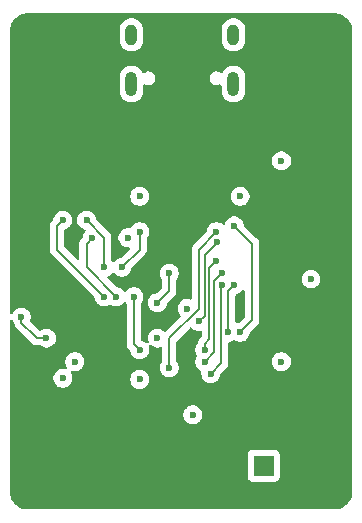
<source format=gbr>
%TF.GenerationSoftware,KiCad,Pcbnew,9.0.5*%
%TF.CreationDate,2025-12-02T20:32:22-06:00*%
%TF.ProjectId,lorapuck,6c6f7261-7075-4636-9b2e-6b696361645f,rev?*%
%TF.SameCoordinates,Original*%
%TF.FileFunction,Copper,L4,Bot*%
%TF.FilePolarity,Positive*%
%FSLAX46Y46*%
G04 Gerber Fmt 4.6, Leading zero omitted, Abs format (unit mm)*
G04 Created by KiCad (PCBNEW 9.0.5) date 2025-12-02 20:32:22*
%MOMM*%
%LPD*%
G01*
G04 APERTURE LIST*
%TA.AperFunction,ComponentPad*%
%ADD10R,1.700000X1.700000*%
%TD*%
%TA.AperFunction,HeatsinkPad*%
%ADD11O,1.000000X2.100000*%
%TD*%
%TA.AperFunction,HeatsinkPad*%
%ADD12O,1.000000X1.800000*%
%TD*%
%TA.AperFunction,ViaPad*%
%ADD13C,0.600000*%
%TD*%
%TA.AperFunction,Conductor*%
%ADD14C,0.200000*%
%TD*%
G04 APERTURE END LIST*
D10*
%TO.P,AE1,1,A*%
%TO.N,Net-(AE1-A)*%
X100000000Y-118800000D03*
%TD*%
D11*
%TO.P,J1,S1,SHIELD*%
%TO.N,Net-(J1-SHIELD)*%
X97430000Y-86500000D03*
D12*
X97430000Y-82320000D03*
D11*
X88790000Y-86500000D03*
D12*
X88790000Y-82320000D03*
%TD*%
D13*
%TO.N,+3V3*%
X89500000Y-111500000D03*
X84000000Y-110000000D03*
X104000000Y-103000000D03*
X91000000Y-105000000D03*
X101500000Y-110000000D03*
X89500000Y-96000000D03*
X83000000Y-111400000D03*
X93500000Y-105500000D03*
X98000000Y-96000000D03*
X94000000Y-114500000D03*
X101500000Y-93000000D03*
X88500000Y-99500000D03*
X92000000Y-102500000D03*
X91000000Y-108000000D03*
%TO.N,Earth*%
X101500000Y-113500000D03*
X88500000Y-91500000D03*
X95000000Y-91250000D03*
X83000000Y-109000000D03*
X102500000Y-105500000D03*
X100000000Y-90000000D03*
X90668478Y-98706569D03*
X104000000Y-102000000D03*
X99000000Y-88500000D03*
X98000000Y-105500000D03*
X88000000Y-109000000D03*
X89750000Y-90250000D03*
X94000000Y-99500000D03*
X90000000Y-89000000D03*
X80600000Y-112800000D03*
X101000000Y-107000000D03*
X102000000Y-106500000D03*
X96500000Y-97500000D03*
X97000000Y-111000000D03*
X89000000Y-114500000D03*
X106000000Y-97000000D03*
X87000000Y-107000000D03*
X80500000Y-101500000D03*
X92000000Y-121500000D03*
X85000000Y-118000000D03*
X79600000Y-113800000D03*
X101500000Y-116000000D03*
X88500000Y-94500000D03*
X87000000Y-108500000D03*
%TO.N,+1V1*%
X89500000Y-109000000D03*
X89000000Y-104500000D03*
%TO.N,/SX_DIO2*%
X97500000Y-98500000D03*
X98000000Y-107500000D03*
%TO.N,/SX_DIO1*%
X96000000Y-99000000D03*
X92000000Y-110500000D03*
%TO.N,/SPI_MISO*%
X95000000Y-109000000D03*
X96000000Y-101500000D03*
%TO.N,/SPI_MOSI*%
X96500000Y-102500000D03*
X95000000Y-110000000D03*
%TO.N,/SX_NSS*%
X97000000Y-107500000D03*
X97500000Y-103500000D03*
%TO.N,/SPI_CLK*%
X96500000Y-103500000D03*
X95500000Y-111000000D03*
%TO.N,/SX_BUSY*%
X94516641Y-106590000D03*
X96006094Y-99852591D03*
%TO.N,/QSPI_SCLK*%
X87500000Y-104500000D03*
X85500000Y-99500000D03*
%TO.N,/QSPI_SD1*%
X86500000Y-104500000D03*
X83000000Y-98000000D03*
%TO.N,/QSPI_SD2*%
X85000000Y-98000000D03*
X86500000Y-102000000D03*
%TO.N,Net-(U6-SCL)*%
X81600000Y-108000000D03*
X79482419Y-106210646D03*
%TO.N,/QSPI_SD3*%
X89500000Y-99000000D03*
X88000000Y-102000000D03*
%TD*%
D14*
%TO.N,+3V3*%
X91000000Y-105000000D02*
X92000000Y-104000000D01*
X92000000Y-104000000D02*
X92000000Y-102500000D01*
%TO.N,+1V1*%
X89000000Y-104500000D02*
X89000000Y-108500000D01*
X89000000Y-108500000D02*
X89500000Y-109000000D01*
%TO.N,/SX_DIO2*%
X98000000Y-107500000D02*
X99000000Y-106500000D01*
X99000000Y-100000000D02*
X97500000Y-98500000D01*
X99000000Y-106500000D02*
X99000000Y-100000000D01*
%TO.N,/SX_DIO1*%
X94500000Y-100500000D02*
X96000000Y-99000000D01*
X92000000Y-110500000D02*
X92000000Y-108000000D01*
X92000000Y-108000000D02*
X94500000Y-105500000D01*
X94500000Y-105500000D02*
X94500000Y-100500000D01*
%TO.N,/SPI_MISO*%
X96000000Y-101500000D02*
X95401000Y-102099000D01*
X95401000Y-108099000D02*
X95000000Y-108500000D01*
X95401000Y-102099000D02*
X95401000Y-108099000D01*
X95000000Y-108500000D02*
X95000000Y-109000000D01*
%TO.N,/SPI_MOSI*%
X95802000Y-103198000D02*
X95802000Y-109198000D01*
X95802000Y-109198000D02*
X95000000Y-110000000D01*
X96500000Y-102500000D02*
X95802000Y-103198000D01*
%TO.N,/SX_NSS*%
X97000000Y-104000000D02*
X97000000Y-107500000D01*
X97500000Y-103500000D02*
X97000000Y-104000000D01*
%TO.N,/SPI_CLK*%
X96399000Y-110101000D02*
X95500000Y-111000000D01*
X96500000Y-103500000D02*
X96399000Y-103601000D01*
X96399000Y-103601000D02*
X96399000Y-110101000D01*
%TO.N,/SX_BUSY*%
X96025971Y-99974029D02*
X96025971Y-99872468D01*
X95000000Y-101000000D02*
X96025971Y-99974029D01*
X94516641Y-106590000D02*
X95000000Y-106106641D01*
X96025971Y-99872468D02*
X96006094Y-99852591D01*
X95000000Y-106106641D02*
X95000000Y-101000000D01*
%TO.N,/QSPI_SCLK*%
X85000000Y-100000000D02*
X85500000Y-99500000D01*
X87500000Y-104500000D02*
X85000000Y-102000000D01*
X85000000Y-102000000D02*
X85000000Y-100000000D01*
%TO.N,/QSPI_SD1*%
X82500000Y-98500000D02*
X83000000Y-98000000D01*
X82500000Y-100500000D02*
X82500000Y-98500000D01*
X86500000Y-104500000D02*
X82500000Y-100500000D01*
%TO.N,/QSPI_SD2*%
X86500000Y-102000000D02*
X86500000Y-99500000D01*
X86500000Y-99500000D02*
X85000000Y-98000000D01*
%TO.N,Net-(U6-SCL)*%
X79482419Y-106210646D02*
X79482419Y-106682419D01*
X80600000Y-107800000D02*
X80800000Y-108000000D01*
X79482419Y-106682419D02*
X80600000Y-107800000D01*
X80800000Y-108000000D02*
X81600000Y-108000000D01*
%TO.N,/QSPI_SD3*%
X89500000Y-100500000D02*
X88000000Y-102000000D01*
X89500000Y-99000000D02*
X89500000Y-100500000D01*
%TD*%
%TA.AperFunction,Conductor*%
%TO.N,Earth*%
G36*
X98358363Y-103911190D02*
G01*
X98395082Y-103970634D01*
X98399500Y-104003439D01*
X98399500Y-106199902D01*
X98379815Y-106266941D01*
X98363181Y-106287583D01*
X97985339Y-106665425D01*
X97969111Y-106674285D01*
X97955897Y-106687216D01*
X97925714Y-106697982D01*
X97924016Y-106698910D01*
X97922696Y-106699190D01*
X97921192Y-106699500D01*
X97921158Y-106699500D01*
X97766503Y-106730263D01*
X97761074Y-106732511D01*
X97749538Y-106734890D01*
X97725772Y-106732930D01*
X97702056Y-106735396D01*
X97691591Y-106730111D01*
X97679905Y-106729148D01*
X97660969Y-106714648D01*
X97639687Y-106703902D01*
X97633740Y-106693799D01*
X97624430Y-106686670D01*
X97616340Y-106664237D01*
X97604245Y-106643689D01*
X97601795Y-106623906D01*
X97600727Y-106620944D01*
X97601182Y-106618955D01*
X97600500Y-106613444D01*
X97600500Y-104397955D01*
X97620185Y-104330916D01*
X97672989Y-104285161D01*
X97700303Y-104276339D01*
X97733497Y-104269737D01*
X97879179Y-104209394D01*
X98010289Y-104121789D01*
X98121789Y-104010289D01*
X98172398Y-103934548D01*
X98226010Y-103889743D01*
X98295335Y-103881036D01*
X98358363Y-103911190D01*
G37*
%TD.AperFunction*%
%TA.AperFunction,Conductor*%
G36*
X106004418Y-80500816D02*
G01*
X106204561Y-80515130D01*
X106222063Y-80517647D01*
X106413797Y-80559355D01*
X106430755Y-80564334D01*
X106614609Y-80632909D01*
X106630701Y-80640259D01*
X106802904Y-80734288D01*
X106817784Y-80743849D01*
X106974867Y-80861441D01*
X106988237Y-80873027D01*
X107126972Y-81011762D01*
X107138558Y-81025132D01*
X107256146Y-81182210D01*
X107265711Y-81197095D01*
X107359740Y-81369298D01*
X107367090Y-81385390D01*
X107435662Y-81569236D01*
X107440646Y-81586212D01*
X107482351Y-81777931D01*
X107484869Y-81795442D01*
X107499184Y-81995580D01*
X107499500Y-82004427D01*
X107499500Y-120995572D01*
X107499184Y-121004418D01*
X107499184Y-121004419D01*
X107484869Y-121204557D01*
X107482351Y-121222068D01*
X107440646Y-121413787D01*
X107435662Y-121430763D01*
X107367090Y-121614609D01*
X107359740Y-121630701D01*
X107265711Y-121802904D01*
X107256146Y-121817789D01*
X107138558Y-121974867D01*
X107126972Y-121988237D01*
X106988237Y-122126972D01*
X106974867Y-122138558D01*
X106817789Y-122256146D01*
X106802904Y-122265711D01*
X106630701Y-122359740D01*
X106614609Y-122367090D01*
X106430763Y-122435662D01*
X106413787Y-122440646D01*
X106222068Y-122482351D01*
X106204557Y-122484869D01*
X106023779Y-122497799D01*
X106004417Y-122499184D01*
X105995572Y-122499500D01*
X80004428Y-122499500D01*
X79995582Y-122499184D01*
X79973622Y-122497613D01*
X79795442Y-122484869D01*
X79777931Y-122482351D01*
X79586212Y-122440646D01*
X79569236Y-122435662D01*
X79385390Y-122367090D01*
X79369298Y-122359740D01*
X79197095Y-122265711D01*
X79182210Y-122256146D01*
X79025132Y-122138558D01*
X79011762Y-122126972D01*
X78873027Y-121988237D01*
X78861441Y-121974867D01*
X78743849Y-121817784D01*
X78734288Y-121802904D01*
X78640259Y-121630701D01*
X78632909Y-121614609D01*
X78572091Y-121451551D01*
X78564334Y-121430755D01*
X78559355Y-121413797D01*
X78517647Y-121222063D01*
X78515130Y-121204556D01*
X78500816Y-121004418D01*
X78500500Y-120995572D01*
X78500500Y-117902135D01*
X98649500Y-117902135D01*
X98649500Y-119697870D01*
X98649501Y-119697876D01*
X98655908Y-119757483D01*
X98706202Y-119892328D01*
X98706206Y-119892335D01*
X98792452Y-120007544D01*
X98792455Y-120007547D01*
X98907664Y-120093793D01*
X98907671Y-120093797D01*
X99042517Y-120144091D01*
X99042516Y-120144091D01*
X99049444Y-120144835D01*
X99102127Y-120150500D01*
X100897872Y-120150499D01*
X100957483Y-120144091D01*
X101092331Y-120093796D01*
X101207546Y-120007546D01*
X101293796Y-119892331D01*
X101344091Y-119757483D01*
X101350500Y-119697873D01*
X101350499Y-117902128D01*
X101344091Y-117842517D01*
X101293796Y-117707669D01*
X101293795Y-117707668D01*
X101293793Y-117707664D01*
X101207547Y-117592455D01*
X101207544Y-117592452D01*
X101092335Y-117506206D01*
X101092328Y-117506202D01*
X100957482Y-117455908D01*
X100957483Y-117455908D01*
X100897883Y-117449501D01*
X100897881Y-117449500D01*
X100897873Y-117449500D01*
X100897864Y-117449500D01*
X99102129Y-117449500D01*
X99102123Y-117449501D01*
X99042516Y-117455908D01*
X98907671Y-117506202D01*
X98907664Y-117506206D01*
X98792455Y-117592452D01*
X98792452Y-117592455D01*
X98706206Y-117707664D01*
X98706202Y-117707671D01*
X98655908Y-117842517D01*
X98649501Y-117902116D01*
X98649501Y-117902123D01*
X98649500Y-117902135D01*
X78500500Y-117902135D01*
X78500500Y-114421153D01*
X93199500Y-114421153D01*
X93199500Y-114578846D01*
X93230261Y-114733489D01*
X93230264Y-114733501D01*
X93290602Y-114879172D01*
X93290609Y-114879185D01*
X93378210Y-115010288D01*
X93378213Y-115010292D01*
X93489707Y-115121786D01*
X93489711Y-115121789D01*
X93620814Y-115209390D01*
X93620827Y-115209397D01*
X93766498Y-115269735D01*
X93766503Y-115269737D01*
X93921153Y-115300499D01*
X93921156Y-115300500D01*
X93921158Y-115300500D01*
X94078844Y-115300500D01*
X94078845Y-115300499D01*
X94233497Y-115269737D01*
X94379179Y-115209394D01*
X94510289Y-115121789D01*
X94621789Y-115010289D01*
X94709394Y-114879179D01*
X94769737Y-114733497D01*
X94800500Y-114578842D01*
X94800500Y-114421158D01*
X94800500Y-114421155D01*
X94800499Y-114421153D01*
X94769738Y-114266510D01*
X94769737Y-114266503D01*
X94769735Y-114266498D01*
X94709397Y-114120827D01*
X94709390Y-114120814D01*
X94621789Y-113989711D01*
X94621786Y-113989707D01*
X94510292Y-113878213D01*
X94510288Y-113878210D01*
X94379185Y-113790609D01*
X94379172Y-113790602D01*
X94233501Y-113730264D01*
X94233489Y-113730261D01*
X94078845Y-113699500D01*
X94078842Y-113699500D01*
X93921158Y-113699500D01*
X93921155Y-113699500D01*
X93766510Y-113730261D01*
X93766498Y-113730264D01*
X93620827Y-113790602D01*
X93620814Y-113790609D01*
X93489711Y-113878210D01*
X93489707Y-113878213D01*
X93378213Y-113989707D01*
X93378210Y-113989711D01*
X93290609Y-114120814D01*
X93290602Y-114120827D01*
X93230264Y-114266498D01*
X93230261Y-114266510D01*
X93199500Y-114421153D01*
X78500500Y-114421153D01*
X78500500Y-111321153D01*
X82199500Y-111321153D01*
X82199500Y-111478846D01*
X82230261Y-111633489D01*
X82230264Y-111633501D01*
X82290602Y-111779172D01*
X82290609Y-111779185D01*
X82378210Y-111910288D01*
X82378213Y-111910292D01*
X82489707Y-112021786D01*
X82489711Y-112021789D01*
X82620814Y-112109390D01*
X82620827Y-112109397D01*
X82766498Y-112169735D01*
X82766503Y-112169737D01*
X82921153Y-112200499D01*
X82921156Y-112200500D01*
X82921158Y-112200500D01*
X83078844Y-112200500D01*
X83078845Y-112200499D01*
X83233497Y-112169737D01*
X83379179Y-112109394D01*
X83510289Y-112021789D01*
X83621789Y-111910289D01*
X83709394Y-111779179D01*
X83769737Y-111633497D01*
X83800500Y-111478842D01*
X83800500Y-111421153D01*
X88699500Y-111421153D01*
X88699500Y-111578846D01*
X88730261Y-111733489D01*
X88730264Y-111733501D01*
X88790602Y-111879172D01*
X88790609Y-111879185D01*
X88878210Y-112010288D01*
X88878213Y-112010292D01*
X88989707Y-112121786D01*
X88989711Y-112121789D01*
X89120814Y-112209390D01*
X89120827Y-112209397D01*
X89266498Y-112269735D01*
X89266503Y-112269737D01*
X89421153Y-112300499D01*
X89421156Y-112300500D01*
X89421158Y-112300500D01*
X89578844Y-112300500D01*
X89578845Y-112300499D01*
X89733497Y-112269737D01*
X89879179Y-112209394D01*
X90010289Y-112121789D01*
X90121789Y-112010289D01*
X90209394Y-111879179D01*
X90269737Y-111733497D01*
X90300500Y-111578842D01*
X90300500Y-111421158D01*
X90300500Y-111421155D01*
X90300499Y-111421153D01*
X90292148Y-111379172D01*
X90269737Y-111266503D01*
X90209794Y-111121786D01*
X90209397Y-111120827D01*
X90209390Y-111120814D01*
X90121789Y-110989711D01*
X90121786Y-110989707D01*
X90010292Y-110878213D01*
X90010288Y-110878210D01*
X89879185Y-110790609D01*
X89879172Y-110790602D01*
X89733501Y-110730264D01*
X89733489Y-110730261D01*
X89578845Y-110699500D01*
X89578842Y-110699500D01*
X89421158Y-110699500D01*
X89421155Y-110699500D01*
X89266510Y-110730261D01*
X89266498Y-110730264D01*
X89120827Y-110790602D01*
X89120814Y-110790609D01*
X88989711Y-110878210D01*
X88989707Y-110878213D01*
X88878213Y-110989707D01*
X88878210Y-110989711D01*
X88790609Y-111120814D01*
X88790602Y-111120827D01*
X88730264Y-111266498D01*
X88730261Y-111266510D01*
X88699500Y-111421153D01*
X83800500Y-111421153D01*
X83800500Y-111321158D01*
X83800500Y-111321155D01*
X83800499Y-111321153D01*
X83778269Y-111209397D01*
X83769737Y-111166503D01*
X83733427Y-111078842D01*
X83709397Y-111020827D01*
X83709387Y-111020809D01*
X83673473Y-110967059D01*
X83652595Y-110900382D01*
X83671080Y-110833002D01*
X83723059Y-110786312D01*
X83792029Y-110775136D01*
X83800751Y-110776549D01*
X83849831Y-110786312D01*
X83921156Y-110800500D01*
X83921158Y-110800500D01*
X84078844Y-110800500D01*
X84078845Y-110800499D01*
X84233497Y-110769737D01*
X84379179Y-110709394D01*
X84510289Y-110621789D01*
X84621789Y-110510289D01*
X84709394Y-110379179D01*
X84769737Y-110233497D01*
X84800500Y-110078842D01*
X84800500Y-109921158D01*
X84800500Y-109921155D01*
X84800499Y-109921153D01*
X84769738Y-109766510D01*
X84769737Y-109766503D01*
X84709794Y-109621786D01*
X84709397Y-109620827D01*
X84709390Y-109620814D01*
X84621789Y-109489711D01*
X84621786Y-109489707D01*
X84510292Y-109378213D01*
X84510288Y-109378210D01*
X84379185Y-109290609D01*
X84379172Y-109290602D01*
X84233501Y-109230264D01*
X84233489Y-109230261D01*
X84078845Y-109199500D01*
X84078842Y-109199500D01*
X83921158Y-109199500D01*
X83921155Y-109199500D01*
X83766510Y-109230261D01*
X83766498Y-109230264D01*
X83620827Y-109290602D01*
X83620814Y-109290609D01*
X83489711Y-109378210D01*
X83489707Y-109378213D01*
X83378213Y-109489707D01*
X83378210Y-109489711D01*
X83290609Y-109620814D01*
X83290602Y-109620827D01*
X83230264Y-109766498D01*
X83230261Y-109766510D01*
X83199500Y-109921153D01*
X83199500Y-110078846D01*
X83230261Y-110233489D01*
X83230264Y-110233501D01*
X83290602Y-110379172D01*
X83290608Y-110379183D01*
X83326527Y-110432940D01*
X83347404Y-110499618D01*
X83328919Y-110566998D01*
X83276940Y-110613687D01*
X83207970Y-110624863D01*
X83199232Y-110623447D01*
X83078844Y-110599500D01*
X83078842Y-110599500D01*
X82921158Y-110599500D01*
X82921155Y-110599500D01*
X82766510Y-110630261D01*
X82766498Y-110630264D01*
X82620827Y-110690602D01*
X82620814Y-110690609D01*
X82489711Y-110778210D01*
X82489707Y-110778213D01*
X82378213Y-110889707D01*
X82378210Y-110889711D01*
X82290609Y-111020814D01*
X82290602Y-111020827D01*
X82230264Y-111166498D01*
X82230261Y-111166510D01*
X82199500Y-111321153D01*
X78500500Y-111321153D01*
X78500500Y-106555280D01*
X78520185Y-106488241D01*
X78572989Y-106442486D01*
X78642147Y-106432542D01*
X78705703Y-106461567D01*
X78739061Y-106507828D01*
X78773021Y-106589819D01*
X78773028Y-106589831D01*
X78863316Y-106724955D01*
X78864065Y-106725541D01*
X78871146Y-106740513D01*
X78880328Y-106756864D01*
X78881918Y-106761415D01*
X78881918Y-106761476D01*
X78922842Y-106914204D01*
X78948541Y-106958716D01*
X78954369Y-106968810D01*
X78954370Y-106968813D01*
X79001896Y-107051131D01*
X79001900Y-107051136D01*
X79120768Y-107170004D01*
X79120774Y-107170009D01*
X80119481Y-108168716D01*
X80431284Y-108480520D01*
X80431286Y-108480521D01*
X80431290Y-108480524D01*
X80555575Y-108552279D01*
X80568216Y-108559577D01*
X80720943Y-108600501D01*
X80720945Y-108600501D01*
X80886654Y-108600501D01*
X80886670Y-108600500D01*
X81020234Y-108600500D01*
X81087273Y-108620185D01*
X81089125Y-108621398D01*
X81220814Y-108709390D01*
X81220827Y-108709397D01*
X81366498Y-108769735D01*
X81366503Y-108769737D01*
X81496982Y-108795691D01*
X81521153Y-108800499D01*
X81521156Y-108800500D01*
X81521158Y-108800500D01*
X81678844Y-108800500D01*
X81678845Y-108800499D01*
X81833497Y-108769737D01*
X81979179Y-108709394D01*
X82110289Y-108621789D01*
X82221789Y-108510289D01*
X82309394Y-108379179D01*
X82369737Y-108233497D01*
X82400500Y-108078842D01*
X82400500Y-107921158D01*
X82400500Y-107921155D01*
X82400499Y-107921153D01*
X82369738Y-107766510D01*
X82369737Y-107766503D01*
X82356062Y-107733489D01*
X82309397Y-107620827D01*
X82309390Y-107620814D01*
X82221789Y-107489711D01*
X82221786Y-107489707D01*
X82110292Y-107378213D01*
X82110288Y-107378210D01*
X81979185Y-107290609D01*
X81979172Y-107290602D01*
X81833501Y-107230264D01*
X81833489Y-107230261D01*
X81678845Y-107199500D01*
X81678842Y-107199500D01*
X81521158Y-107199500D01*
X81521155Y-107199500D01*
X81366510Y-107230261D01*
X81366498Y-107230264D01*
X81220827Y-107290602D01*
X81220809Y-107290612D01*
X81136998Y-107346613D01*
X81070321Y-107367491D01*
X81002941Y-107349006D01*
X80980427Y-107331192D01*
X80264237Y-106615002D01*
X80230752Y-106553679D01*
X80235736Y-106483987D01*
X80237337Y-106479916D01*
X80252156Y-106444143D01*
X80282919Y-106289488D01*
X80282919Y-106131804D01*
X80282919Y-106131801D01*
X80282918Y-106131799D01*
X80267391Y-106053740D01*
X80252156Y-105977149D01*
X80225777Y-105913463D01*
X80191816Y-105831473D01*
X80191809Y-105831460D01*
X80104208Y-105700357D01*
X80104205Y-105700353D01*
X79992711Y-105588859D01*
X79992707Y-105588856D01*
X79861604Y-105501255D01*
X79861591Y-105501248D01*
X79715920Y-105440910D01*
X79715908Y-105440907D01*
X79561264Y-105410146D01*
X79561261Y-105410146D01*
X79403577Y-105410146D01*
X79403574Y-105410146D01*
X79248929Y-105440907D01*
X79248917Y-105440910D01*
X79103246Y-105501248D01*
X79103233Y-105501255D01*
X78972130Y-105588856D01*
X78972126Y-105588859D01*
X78860632Y-105700353D01*
X78860629Y-105700357D01*
X78773028Y-105831460D01*
X78773021Y-105831473D01*
X78739061Y-105913463D01*
X78695220Y-105967867D01*
X78628926Y-105989932D01*
X78561227Y-105972653D01*
X78513616Y-105921516D01*
X78500500Y-105866011D01*
X78500500Y-100579054D01*
X81899498Y-100579054D01*
X81940424Y-100731789D01*
X81940425Y-100731790D01*
X81961455Y-100768214D01*
X81961456Y-100768216D01*
X82019475Y-100868709D01*
X82019481Y-100868717D01*
X82138349Y-100987585D01*
X82138355Y-100987590D01*
X85665425Y-104514660D01*
X85698910Y-104575983D01*
X85699361Y-104578149D01*
X85730261Y-104733491D01*
X85730264Y-104733501D01*
X85790602Y-104879172D01*
X85790609Y-104879185D01*
X85878210Y-105010288D01*
X85878213Y-105010292D01*
X85989707Y-105121786D01*
X85989711Y-105121789D01*
X86120814Y-105209390D01*
X86120827Y-105209397D01*
X86258683Y-105266498D01*
X86266503Y-105269737D01*
X86421153Y-105300499D01*
X86421156Y-105300500D01*
X86421158Y-105300500D01*
X86578844Y-105300500D01*
X86578845Y-105300499D01*
X86733497Y-105269737D01*
X86879179Y-105209394D01*
X86931110Y-105174694D01*
X86997785Y-105153816D01*
X87065165Y-105172300D01*
X87068863Y-105174676D01*
X87120821Y-105209394D01*
X87120823Y-105209395D01*
X87120825Y-105209396D01*
X87258683Y-105266498D01*
X87266503Y-105269737D01*
X87421153Y-105300499D01*
X87421156Y-105300500D01*
X87421158Y-105300500D01*
X87578844Y-105300500D01*
X87578845Y-105300499D01*
X87733497Y-105269737D01*
X87879179Y-105209394D01*
X88010289Y-105121789D01*
X88121789Y-105010289D01*
X88135539Y-104989711D01*
X88146898Y-104972712D01*
X88172066Y-104951677D01*
X88196483Y-104929745D01*
X88198748Y-104929377D01*
X88200510Y-104927906D01*
X88233065Y-104923817D01*
X88265453Y-104918569D01*
X88267557Y-104919485D01*
X88269835Y-104919199D01*
X88299429Y-104933357D01*
X88329517Y-104946454D01*
X88331562Y-104948731D01*
X88332862Y-104949353D01*
X88353102Y-104972711D01*
X88378602Y-105010874D01*
X88399480Y-105077551D01*
X88399500Y-105079765D01*
X88399500Y-108413330D01*
X88399499Y-108413348D01*
X88399499Y-108579054D01*
X88399498Y-108579054D01*
X88399499Y-108579057D01*
X88440423Y-108731785D01*
X88460468Y-108766503D01*
X88480096Y-108800500D01*
X88519479Y-108868715D01*
X88631284Y-108980520D01*
X88665425Y-109014660D01*
X88698911Y-109075983D01*
X88699362Y-109078151D01*
X88730261Y-109233491D01*
X88730264Y-109233501D01*
X88790602Y-109379172D01*
X88790609Y-109379185D01*
X88878210Y-109510288D01*
X88878213Y-109510292D01*
X88989707Y-109621786D01*
X88989711Y-109621789D01*
X89120814Y-109709390D01*
X89120827Y-109709397D01*
X89258683Y-109766498D01*
X89266503Y-109769737D01*
X89421153Y-109800499D01*
X89421156Y-109800500D01*
X89421158Y-109800500D01*
X89578844Y-109800500D01*
X89578845Y-109800499D01*
X89733497Y-109769737D01*
X89879179Y-109709394D01*
X90010289Y-109621789D01*
X90121789Y-109510289D01*
X90209394Y-109379179D01*
X90269737Y-109233497D01*
X90300500Y-109078842D01*
X90300500Y-108921158D01*
X90300500Y-108921155D01*
X90300499Y-108921153D01*
X90293617Y-108886555D01*
X90269737Y-108766503D01*
X90250424Y-108719879D01*
X90242956Y-108650410D01*
X90274231Y-108587931D01*
X90334320Y-108552279D01*
X90404145Y-108554773D01*
X90452667Y-108584746D01*
X90489707Y-108621786D01*
X90489711Y-108621789D01*
X90620814Y-108709390D01*
X90620827Y-108709397D01*
X90766498Y-108769735D01*
X90766503Y-108769737D01*
X90896982Y-108795691D01*
X90921153Y-108800499D01*
X90921156Y-108800500D01*
X90921158Y-108800500D01*
X91078844Y-108800500D01*
X91078845Y-108800499D01*
X91233497Y-108769737D01*
X91233509Y-108769731D01*
X91239324Y-108767969D01*
X91240158Y-108770720D01*
X91297359Y-108764497D01*
X91359878Y-108795691D01*
X91395608Y-108855734D01*
X91399500Y-108886555D01*
X91399500Y-109920234D01*
X91379815Y-109987273D01*
X91378602Y-109989125D01*
X91290609Y-110120814D01*
X91290602Y-110120827D01*
X91230264Y-110266498D01*
X91230261Y-110266510D01*
X91199500Y-110421153D01*
X91199500Y-110578846D01*
X91230261Y-110733489D01*
X91230264Y-110733501D01*
X91290602Y-110879172D01*
X91290609Y-110879185D01*
X91378210Y-111010288D01*
X91378213Y-111010292D01*
X91489707Y-111121786D01*
X91489711Y-111121789D01*
X91620814Y-111209390D01*
X91620827Y-111209397D01*
X91758683Y-111266498D01*
X91766503Y-111269737D01*
X91921153Y-111300499D01*
X91921156Y-111300500D01*
X91921158Y-111300500D01*
X92078844Y-111300500D01*
X92078845Y-111300499D01*
X92233497Y-111269737D01*
X92379179Y-111209394D01*
X92510289Y-111121789D01*
X92621789Y-111010289D01*
X92709394Y-110879179D01*
X92769737Y-110733497D01*
X92800500Y-110578842D01*
X92800500Y-110421158D01*
X92800500Y-110421155D01*
X92800499Y-110421153D01*
X92792151Y-110379185D01*
X92769737Y-110266503D01*
X92756062Y-110233489D01*
X92709397Y-110120827D01*
X92709390Y-110120814D01*
X92621398Y-109989125D01*
X92600520Y-109922447D01*
X92600500Y-109920234D01*
X92600500Y-108300096D01*
X92620185Y-108233057D01*
X92636814Y-108212419D01*
X93734217Y-107115016D01*
X93795540Y-107081532D01*
X93865232Y-107086516D01*
X93909579Y-107115017D01*
X94006348Y-107211786D01*
X94006352Y-107211789D01*
X94137455Y-107299390D01*
X94137468Y-107299397D01*
X94257237Y-107349006D01*
X94283144Y-107359737D01*
X94437794Y-107390499D01*
X94437797Y-107390500D01*
X94437799Y-107390500D01*
X94595485Y-107390500D01*
X94652308Y-107379197D01*
X94721900Y-107385424D01*
X94777077Y-107428287D01*
X94800322Y-107494176D01*
X94800500Y-107500814D01*
X94800500Y-107798901D01*
X94780815Y-107865940D01*
X94764181Y-107886582D01*
X94624214Y-108026548D01*
X94624215Y-108026549D01*
X94519478Y-108131285D01*
X94494417Y-108174695D01*
X94480096Y-108199500D01*
X94440423Y-108268215D01*
X94431772Y-108300500D01*
X94399498Y-108420945D01*
X94398438Y-108429003D01*
X94396980Y-108428811D01*
X94379814Y-108487274D01*
X94378601Y-108489126D01*
X94290609Y-108620814D01*
X94290602Y-108620827D01*
X94230264Y-108766498D01*
X94230261Y-108766510D01*
X94199500Y-108921153D01*
X94199500Y-109078846D01*
X94230261Y-109233489D01*
X94230264Y-109233501D01*
X94290602Y-109379172D01*
X94290609Y-109379185D01*
X94325304Y-109431109D01*
X94346182Y-109497786D01*
X94327698Y-109565167D01*
X94325304Y-109568891D01*
X94290609Y-109620814D01*
X94290602Y-109620827D01*
X94230264Y-109766498D01*
X94230261Y-109766510D01*
X94199500Y-109921153D01*
X94199500Y-110078846D01*
X94230261Y-110233489D01*
X94230264Y-110233501D01*
X94290602Y-110379172D01*
X94290609Y-110379185D01*
X94378210Y-110510288D01*
X94378213Y-110510292D01*
X94489707Y-110621786D01*
X94489711Y-110621789D01*
X94620817Y-110709392D01*
X94620819Y-110709393D01*
X94620821Y-110709394D01*
X94638409Y-110716679D01*
X94692812Y-110760520D01*
X94714877Y-110826814D01*
X94712573Y-110855431D01*
X94699500Y-110921153D01*
X94699500Y-111078846D01*
X94730261Y-111233489D01*
X94730264Y-111233501D01*
X94790602Y-111379172D01*
X94790609Y-111379185D01*
X94878210Y-111510288D01*
X94878213Y-111510292D01*
X94989707Y-111621786D01*
X94989711Y-111621789D01*
X95120814Y-111709390D01*
X95120827Y-111709397D01*
X95266498Y-111769735D01*
X95266503Y-111769737D01*
X95421153Y-111800499D01*
X95421156Y-111800500D01*
X95421158Y-111800500D01*
X95578844Y-111800500D01*
X95578845Y-111800499D01*
X95733497Y-111769737D01*
X95879179Y-111709394D01*
X96010289Y-111621789D01*
X96121789Y-111510289D01*
X96209394Y-111379179D01*
X96269737Y-111233497D01*
X96292151Y-111120814D01*
X96300638Y-111078150D01*
X96333023Y-111016239D01*
X96334522Y-111014712D01*
X96757506Y-110591727D01*
X96757511Y-110591724D01*
X96767714Y-110581520D01*
X96767716Y-110581520D01*
X96879520Y-110469716D01*
X96948926Y-110349500D01*
X96958577Y-110332785D01*
X96999501Y-110180057D01*
X96999501Y-110021943D01*
X96999501Y-110014348D01*
X96999500Y-110014330D01*
X96999500Y-109921153D01*
X100699500Y-109921153D01*
X100699500Y-110078846D01*
X100730261Y-110233489D01*
X100730264Y-110233501D01*
X100790602Y-110379172D01*
X100790609Y-110379185D01*
X100878210Y-110510288D01*
X100878213Y-110510292D01*
X100989707Y-110621786D01*
X100989711Y-110621789D01*
X101120814Y-110709390D01*
X101120827Y-110709397D01*
X101234425Y-110756450D01*
X101266503Y-110769737D01*
X101421153Y-110800499D01*
X101421156Y-110800500D01*
X101421158Y-110800500D01*
X101578844Y-110800500D01*
X101578845Y-110800499D01*
X101733497Y-110769737D01*
X101879179Y-110709394D01*
X102010289Y-110621789D01*
X102121789Y-110510289D01*
X102209394Y-110379179D01*
X102269737Y-110233497D01*
X102300500Y-110078842D01*
X102300500Y-109921158D01*
X102300500Y-109921155D01*
X102300499Y-109921153D01*
X102269738Y-109766510D01*
X102269737Y-109766503D01*
X102209794Y-109621786D01*
X102209397Y-109620827D01*
X102209390Y-109620814D01*
X102121789Y-109489711D01*
X102121786Y-109489707D01*
X102010292Y-109378213D01*
X102010288Y-109378210D01*
X101879185Y-109290609D01*
X101879172Y-109290602D01*
X101733501Y-109230264D01*
X101733489Y-109230261D01*
X101578845Y-109199500D01*
X101578842Y-109199500D01*
X101421158Y-109199500D01*
X101421155Y-109199500D01*
X101266510Y-109230261D01*
X101266498Y-109230264D01*
X101120827Y-109290602D01*
X101120814Y-109290609D01*
X100989711Y-109378210D01*
X100989707Y-109378213D01*
X100878213Y-109489707D01*
X100878210Y-109489711D01*
X100790609Y-109620814D01*
X100790602Y-109620827D01*
X100730264Y-109766498D01*
X100730261Y-109766510D01*
X100699500Y-109921153D01*
X96999500Y-109921153D01*
X96999500Y-108418046D01*
X97019185Y-108351007D01*
X97071989Y-108305252D01*
X97099309Y-108296429D01*
X97128848Y-108290552D01*
X97233497Y-108269737D01*
X97379179Y-108209394D01*
X97431110Y-108174694D01*
X97497785Y-108153816D01*
X97565165Y-108172300D01*
X97568863Y-108174676D01*
X97620821Y-108209394D01*
X97620823Y-108209395D01*
X97620825Y-108209396D01*
X97766498Y-108269735D01*
X97766503Y-108269737D01*
X97900692Y-108296429D01*
X97921153Y-108300499D01*
X97921156Y-108300500D01*
X97921158Y-108300500D01*
X98078844Y-108300500D01*
X98078845Y-108300499D01*
X98233497Y-108269737D01*
X98379179Y-108209394D01*
X98510289Y-108121789D01*
X98621789Y-108010289D01*
X98709394Y-107879179D01*
X98769737Y-107733497D01*
X98800500Y-107578842D01*
X98800638Y-107578150D01*
X98833023Y-107516239D01*
X98834515Y-107514719D01*
X99480520Y-106868716D01*
X99559577Y-106731784D01*
X99600501Y-106579057D01*
X99600501Y-106420942D01*
X99600501Y-106413347D01*
X99600500Y-106413329D01*
X99600500Y-102921153D01*
X103199500Y-102921153D01*
X103199500Y-103078846D01*
X103230261Y-103233489D01*
X103230264Y-103233501D01*
X103290602Y-103379172D01*
X103290609Y-103379185D01*
X103378210Y-103510288D01*
X103378213Y-103510292D01*
X103489707Y-103621786D01*
X103489711Y-103621789D01*
X103620814Y-103709390D01*
X103620827Y-103709397D01*
X103759753Y-103766941D01*
X103766503Y-103769737D01*
X103921153Y-103800499D01*
X103921156Y-103800500D01*
X103921158Y-103800500D01*
X104078844Y-103800500D01*
X104078845Y-103800499D01*
X104233497Y-103769737D01*
X104379179Y-103709394D01*
X104510289Y-103621789D01*
X104621789Y-103510289D01*
X104709394Y-103379179D01*
X104769737Y-103233497D01*
X104800500Y-103078842D01*
X104800500Y-102921158D01*
X104800500Y-102921155D01*
X104800499Y-102921153D01*
X104774531Y-102790606D01*
X104769737Y-102766503D01*
X104756062Y-102733489D01*
X104709397Y-102620827D01*
X104709390Y-102620814D01*
X104621789Y-102489711D01*
X104621786Y-102489707D01*
X104510292Y-102378213D01*
X104510288Y-102378210D01*
X104379185Y-102290609D01*
X104379172Y-102290602D01*
X104233501Y-102230264D01*
X104233489Y-102230261D01*
X104078845Y-102199500D01*
X104078842Y-102199500D01*
X103921158Y-102199500D01*
X103921155Y-102199500D01*
X103766510Y-102230261D01*
X103766498Y-102230264D01*
X103620827Y-102290602D01*
X103620814Y-102290609D01*
X103489711Y-102378210D01*
X103489707Y-102378213D01*
X103378213Y-102489707D01*
X103378210Y-102489711D01*
X103290609Y-102620814D01*
X103290602Y-102620827D01*
X103230264Y-102766498D01*
X103230261Y-102766510D01*
X103199500Y-102921153D01*
X99600500Y-102921153D01*
X99600500Y-99920946D01*
X99600500Y-99920945D01*
X99600500Y-99920943D01*
X99599352Y-99916660D01*
X99568227Y-99800500D01*
X99559577Y-99768216D01*
X99559576Y-99768214D01*
X99559576Y-99768213D01*
X99480524Y-99631290D01*
X99480521Y-99631286D01*
X99480520Y-99631284D01*
X99368716Y-99519480D01*
X99368715Y-99519479D01*
X99364385Y-99515149D01*
X99364374Y-99515139D01*
X98334574Y-98485339D01*
X98301089Y-98424016D01*
X98300638Y-98421849D01*
X98274531Y-98290606D01*
X98269737Y-98266503D01*
X98256062Y-98233489D01*
X98209397Y-98120827D01*
X98209390Y-98120814D01*
X98121789Y-97989711D01*
X98121786Y-97989707D01*
X98010292Y-97878213D01*
X98010288Y-97878210D01*
X97879185Y-97790609D01*
X97879172Y-97790602D01*
X97733501Y-97730264D01*
X97733489Y-97730261D01*
X97578845Y-97699500D01*
X97578842Y-97699500D01*
X97421158Y-97699500D01*
X97421155Y-97699500D01*
X97266510Y-97730261D01*
X97266498Y-97730264D01*
X97120827Y-97790602D01*
X97120814Y-97790609D01*
X96989711Y-97878210D01*
X96989707Y-97878213D01*
X96878213Y-97989707D01*
X96878210Y-97989711D01*
X96790609Y-98120814D01*
X96790602Y-98120827D01*
X96730264Y-98266498D01*
X96730261Y-98266507D01*
X96720491Y-98315626D01*
X96688105Y-98377536D01*
X96627389Y-98412110D01*
X96557620Y-98408369D01*
X96515303Y-98381704D01*
X96514999Y-98382076D01*
X96512040Y-98379647D01*
X96511193Y-98379114D01*
X96510292Y-98378213D01*
X96510288Y-98378210D01*
X96379185Y-98290609D01*
X96379172Y-98290602D01*
X96233501Y-98230264D01*
X96233489Y-98230261D01*
X96078845Y-98199500D01*
X96078842Y-98199500D01*
X95921158Y-98199500D01*
X95921155Y-98199500D01*
X95766510Y-98230261D01*
X95766498Y-98230264D01*
X95620827Y-98290602D01*
X95620814Y-98290609D01*
X95489711Y-98378210D01*
X95489707Y-98378213D01*
X95378213Y-98489707D01*
X95378210Y-98489711D01*
X95290609Y-98620814D01*
X95290602Y-98620827D01*
X95230264Y-98766498D01*
X95230261Y-98766508D01*
X95199361Y-98921850D01*
X95166976Y-98983761D01*
X95165425Y-98985339D01*
X94019481Y-100131282D01*
X94019479Y-100131285D01*
X93974385Y-100209392D01*
X93974384Y-100209393D01*
X93940423Y-100268214D01*
X93940423Y-100268215D01*
X93899499Y-100420943D01*
X93899499Y-100420945D01*
X93899499Y-100589046D01*
X93899500Y-100589059D01*
X93899500Y-104613444D01*
X93879815Y-104680483D01*
X93827011Y-104726238D01*
X93757853Y-104736182D01*
X93739575Y-104731202D01*
X93739324Y-104732031D01*
X93733500Y-104730264D01*
X93733497Y-104730263D01*
X93733492Y-104730262D01*
X93733489Y-104730261D01*
X93578845Y-104699500D01*
X93578842Y-104699500D01*
X93421158Y-104699500D01*
X93421155Y-104699500D01*
X93266510Y-104730261D01*
X93266498Y-104730264D01*
X93120827Y-104790602D01*
X93120814Y-104790609D01*
X92989711Y-104878210D01*
X92989707Y-104878213D01*
X92878213Y-104989707D01*
X92878210Y-104989711D01*
X92790609Y-105120814D01*
X92790602Y-105120827D01*
X92730264Y-105266498D01*
X92730261Y-105266510D01*
X92699500Y-105421153D01*
X92699500Y-105578846D01*
X92730261Y-105733489D01*
X92730264Y-105733501D01*
X92790602Y-105879172D01*
X92790609Y-105879185D01*
X92878210Y-106010288D01*
X92878213Y-106010292D01*
X92921661Y-106053740D01*
X92955146Y-106115063D01*
X92950162Y-106184755D01*
X92921661Y-106229102D01*
X91729102Y-107421661D01*
X91667779Y-107455146D01*
X91598087Y-107450162D01*
X91553740Y-107421661D01*
X91510292Y-107378213D01*
X91510288Y-107378210D01*
X91379185Y-107290609D01*
X91379172Y-107290602D01*
X91233501Y-107230264D01*
X91233489Y-107230261D01*
X91078845Y-107199500D01*
X91078842Y-107199500D01*
X90921158Y-107199500D01*
X90921155Y-107199500D01*
X90766510Y-107230261D01*
X90766498Y-107230264D01*
X90620827Y-107290602D01*
X90620814Y-107290609D01*
X90489711Y-107378210D01*
X90489707Y-107378213D01*
X90378213Y-107489707D01*
X90378210Y-107489711D01*
X90290609Y-107620814D01*
X90290602Y-107620827D01*
X90230264Y-107766498D01*
X90230261Y-107766510D01*
X90199500Y-107921153D01*
X90199500Y-108078846D01*
X90230175Y-108233057D01*
X90230263Y-108233497D01*
X90249575Y-108280120D01*
X90257043Y-108349590D01*
X90225767Y-108412069D01*
X90165678Y-108447721D01*
X90095853Y-108445226D01*
X90047332Y-108415253D01*
X90010292Y-108378213D01*
X90010288Y-108378210D01*
X89879185Y-108290609D01*
X89879172Y-108290602D01*
X89733501Y-108230264D01*
X89733489Y-108230261D01*
X89700309Y-108223661D01*
X89638398Y-108191276D01*
X89603824Y-108130561D01*
X89600500Y-108102044D01*
X89600500Y-105079765D01*
X89605403Y-105062848D01*
X89605285Y-105045652D01*
X89618918Y-105016225D01*
X89619724Y-105013447D01*
X89621608Y-105010469D01*
X89621789Y-105010289D01*
X89681348Y-104921153D01*
X90199500Y-104921153D01*
X90199500Y-105078846D01*
X90230261Y-105233489D01*
X90230264Y-105233501D01*
X90290602Y-105379172D01*
X90290609Y-105379185D01*
X90378210Y-105510288D01*
X90378213Y-105510292D01*
X90489707Y-105621786D01*
X90489711Y-105621789D01*
X90620814Y-105709390D01*
X90620827Y-105709397D01*
X90766498Y-105769735D01*
X90766503Y-105769737D01*
X90921153Y-105800499D01*
X90921156Y-105800500D01*
X90921158Y-105800500D01*
X91078844Y-105800500D01*
X91078845Y-105800499D01*
X91233497Y-105769737D01*
X91379179Y-105709394D01*
X91510289Y-105621789D01*
X91621789Y-105510289D01*
X91709394Y-105379179D01*
X91769737Y-105233497D01*
X91792151Y-105120814D01*
X91800638Y-105078150D01*
X91833023Y-105016239D01*
X91834515Y-105014719D01*
X92480520Y-104368716D01*
X92559577Y-104231784D01*
X92600501Y-104079057D01*
X92600501Y-103920942D01*
X92600501Y-103913347D01*
X92600500Y-103913329D01*
X92600500Y-103079765D01*
X92620185Y-103012726D01*
X92621398Y-103010874D01*
X92681347Y-102921155D01*
X92709394Y-102879179D01*
X92769737Y-102733497D01*
X92800500Y-102578842D01*
X92800500Y-102421158D01*
X92800500Y-102421155D01*
X92800499Y-102421153D01*
X92774531Y-102290606D01*
X92769737Y-102266503D01*
X92756062Y-102233489D01*
X92709397Y-102120827D01*
X92709390Y-102120814D01*
X92621789Y-101989711D01*
X92621786Y-101989707D01*
X92510292Y-101878213D01*
X92510288Y-101878210D01*
X92379185Y-101790609D01*
X92379172Y-101790602D01*
X92233501Y-101730264D01*
X92233489Y-101730261D01*
X92078845Y-101699500D01*
X92078842Y-101699500D01*
X91921158Y-101699500D01*
X91921155Y-101699500D01*
X91766510Y-101730261D01*
X91766498Y-101730264D01*
X91620827Y-101790602D01*
X91620814Y-101790609D01*
X91489711Y-101878210D01*
X91489707Y-101878213D01*
X91378213Y-101989707D01*
X91378210Y-101989711D01*
X91290609Y-102120814D01*
X91290602Y-102120827D01*
X91230264Y-102266498D01*
X91230261Y-102266510D01*
X91199500Y-102421153D01*
X91199500Y-102578846D01*
X91230261Y-102733489D01*
X91230264Y-102733501D01*
X91290602Y-102879172D01*
X91290609Y-102879185D01*
X91378602Y-103010874D01*
X91399480Y-103077551D01*
X91399500Y-103079765D01*
X91399500Y-103699902D01*
X91379815Y-103766941D01*
X91363181Y-103787583D01*
X90985339Y-104165425D01*
X90924016Y-104198910D01*
X90921850Y-104199361D01*
X90766508Y-104230261D01*
X90766498Y-104230264D01*
X90620827Y-104290602D01*
X90620814Y-104290609D01*
X90489711Y-104378210D01*
X90489707Y-104378213D01*
X90378213Y-104489707D01*
X90378210Y-104489711D01*
X90290609Y-104620814D01*
X90290602Y-104620827D01*
X90230264Y-104766498D01*
X90230261Y-104766510D01*
X90199500Y-104921153D01*
X89681348Y-104921153D01*
X89709394Y-104879179D01*
X89769737Y-104733497D01*
X89800500Y-104578842D01*
X89800500Y-104421158D01*
X89800500Y-104421155D01*
X89800499Y-104421153D01*
X89790069Y-104368717D01*
X89769737Y-104266503D01*
X89755359Y-104231790D01*
X89709397Y-104120827D01*
X89709390Y-104120814D01*
X89621789Y-103989711D01*
X89621786Y-103989707D01*
X89510292Y-103878213D01*
X89510288Y-103878210D01*
X89379185Y-103790609D01*
X89379172Y-103790602D01*
X89233501Y-103730264D01*
X89233489Y-103730261D01*
X89078845Y-103699500D01*
X89078842Y-103699500D01*
X88921158Y-103699500D01*
X88921155Y-103699500D01*
X88766510Y-103730261D01*
X88766498Y-103730264D01*
X88620827Y-103790602D01*
X88620814Y-103790609D01*
X88489711Y-103878210D01*
X88489707Y-103878213D01*
X88378213Y-103989707D01*
X88353102Y-104027289D01*
X88299489Y-104072093D01*
X88230164Y-104080800D01*
X88167137Y-104050645D01*
X88146898Y-104027289D01*
X88121786Y-103989707D01*
X88010292Y-103878213D01*
X88010288Y-103878210D01*
X87879185Y-103790609D01*
X87879172Y-103790602D01*
X87733501Y-103730264D01*
X87733491Y-103730261D01*
X87578149Y-103699361D01*
X87516238Y-103666976D01*
X87514660Y-103665425D01*
X86783740Y-102934505D01*
X86750255Y-102873182D01*
X86755239Y-102803490D01*
X86797111Y-102747557D01*
X86823969Y-102732263D01*
X86879172Y-102709397D01*
X86879172Y-102709396D01*
X86879179Y-102709394D01*
X87010289Y-102621789D01*
X87121789Y-102510289D01*
X87135539Y-102489711D01*
X87146898Y-102472712D01*
X87200510Y-102427906D01*
X87269835Y-102419199D01*
X87332862Y-102449353D01*
X87353102Y-102472712D01*
X87378207Y-102510284D01*
X87378213Y-102510292D01*
X87489707Y-102621786D01*
X87489711Y-102621789D01*
X87620814Y-102709390D01*
X87620827Y-102709397D01*
X87712955Y-102747557D01*
X87766503Y-102769737D01*
X87921153Y-102800499D01*
X87921156Y-102800500D01*
X87921158Y-102800500D01*
X88078844Y-102800500D01*
X88078845Y-102800499D01*
X88233497Y-102769737D01*
X88379179Y-102709394D01*
X88510289Y-102621789D01*
X88621789Y-102510289D01*
X88709394Y-102379179D01*
X88769737Y-102233497D01*
X88800500Y-102078842D01*
X88800638Y-102078150D01*
X88833023Y-102016239D01*
X88834520Y-102014714D01*
X89858506Y-100990727D01*
X89858511Y-100990724D01*
X89868714Y-100980520D01*
X89868716Y-100980520D01*
X89980520Y-100868716D01*
X90059577Y-100731784D01*
X90094754Y-100600501D01*
X90100500Y-100579058D01*
X90100500Y-100420943D01*
X90100500Y-99579765D01*
X90120185Y-99512726D01*
X90121398Y-99510874D01*
X90209390Y-99379185D01*
X90209390Y-99379184D01*
X90209394Y-99379179D01*
X90269737Y-99233497D01*
X90300500Y-99078842D01*
X90300500Y-98921158D01*
X90300500Y-98921155D01*
X90300499Y-98921153D01*
X90288829Y-98862483D01*
X90269737Y-98766503D01*
X90269735Y-98766498D01*
X90209397Y-98620827D01*
X90209390Y-98620814D01*
X90121789Y-98489711D01*
X90121786Y-98489707D01*
X90010292Y-98378213D01*
X90010288Y-98378210D01*
X89879185Y-98290609D01*
X89879172Y-98290602D01*
X89733501Y-98230264D01*
X89733489Y-98230261D01*
X89578845Y-98199500D01*
X89578842Y-98199500D01*
X89421158Y-98199500D01*
X89421155Y-98199500D01*
X89266510Y-98230261D01*
X89266498Y-98230264D01*
X89120827Y-98290602D01*
X89120814Y-98290609D01*
X88989711Y-98378210D01*
X88989707Y-98378213D01*
X88878213Y-98489707D01*
X88878210Y-98489711D01*
X88790609Y-98620814D01*
X88790603Y-98620826D01*
X88783319Y-98638411D01*
X88739477Y-98692814D01*
X88673182Y-98714877D01*
X88644568Y-98712573D01*
X88578846Y-98699500D01*
X88578842Y-98699500D01*
X88421158Y-98699500D01*
X88421155Y-98699500D01*
X88266510Y-98730261D01*
X88266498Y-98730264D01*
X88120827Y-98790602D01*
X88120814Y-98790609D01*
X87989711Y-98878210D01*
X87989707Y-98878213D01*
X87878213Y-98989707D01*
X87878210Y-98989711D01*
X87790609Y-99120814D01*
X87790602Y-99120827D01*
X87730264Y-99266498D01*
X87730261Y-99266510D01*
X87699500Y-99421153D01*
X87699500Y-99578846D01*
X87730261Y-99733489D01*
X87730264Y-99733501D01*
X87790602Y-99879172D01*
X87790609Y-99879185D01*
X87878210Y-100010288D01*
X87878213Y-100010292D01*
X87989707Y-100121786D01*
X87989711Y-100121789D01*
X88120814Y-100209390D01*
X88120827Y-100209397D01*
X88266498Y-100269735D01*
X88266503Y-100269737D01*
X88419132Y-100300097D01*
X88421153Y-100300499D01*
X88421156Y-100300500D01*
X88550903Y-100300500D01*
X88617942Y-100320185D01*
X88663697Y-100372989D01*
X88673641Y-100442147D01*
X88644616Y-100505703D01*
X88638584Y-100512181D01*
X87985339Y-101165425D01*
X87924016Y-101198910D01*
X87921850Y-101199361D01*
X87766508Y-101230261D01*
X87766498Y-101230264D01*
X87620827Y-101290602D01*
X87620814Y-101290609D01*
X87489711Y-101378210D01*
X87489707Y-101378213D01*
X87378213Y-101489707D01*
X87353102Y-101527289D01*
X87327922Y-101548330D01*
X87303517Y-101570254D01*
X87301249Y-101570621D01*
X87299489Y-101572093D01*
X87266938Y-101576181D01*
X87234547Y-101581430D01*
X87232442Y-101580513D01*
X87230164Y-101580800D01*
X87200570Y-101566641D01*
X87170483Y-101553545D01*
X87168436Y-101551266D01*
X87167137Y-101550645D01*
X87146898Y-101527288D01*
X87121398Y-101489125D01*
X87100520Y-101422448D01*
X87100500Y-101420234D01*
X87100500Y-99420943D01*
X87094754Y-99399500D01*
X87079428Y-99342302D01*
X87059577Y-99268216D01*
X87058585Y-99266498D01*
X86980524Y-99131290D01*
X86980521Y-99131286D01*
X86980520Y-99131284D01*
X86868716Y-99019480D01*
X86868715Y-99019479D01*
X86864385Y-99015149D01*
X86864374Y-99015139D01*
X85834574Y-97985339D01*
X85801089Y-97924016D01*
X85800638Y-97921849D01*
X85774531Y-97790606D01*
X85769737Y-97766503D01*
X85769735Y-97766498D01*
X85709397Y-97620827D01*
X85709390Y-97620814D01*
X85621789Y-97489711D01*
X85621786Y-97489707D01*
X85510292Y-97378213D01*
X85510288Y-97378210D01*
X85379185Y-97290609D01*
X85379172Y-97290602D01*
X85233501Y-97230264D01*
X85233489Y-97230261D01*
X85078845Y-97199500D01*
X85078842Y-97199500D01*
X84921158Y-97199500D01*
X84921155Y-97199500D01*
X84766510Y-97230261D01*
X84766498Y-97230264D01*
X84620827Y-97290602D01*
X84620814Y-97290609D01*
X84489711Y-97378210D01*
X84489707Y-97378213D01*
X84378213Y-97489707D01*
X84378210Y-97489711D01*
X84290609Y-97620814D01*
X84290602Y-97620827D01*
X84230264Y-97766498D01*
X84230261Y-97766510D01*
X84199500Y-97921153D01*
X84199500Y-98078846D01*
X84230261Y-98233489D01*
X84230264Y-98233501D01*
X84290602Y-98379172D01*
X84290609Y-98379185D01*
X84378210Y-98510288D01*
X84378213Y-98510292D01*
X84489707Y-98621786D01*
X84489711Y-98621789D01*
X84620814Y-98709390D01*
X84620827Y-98709397D01*
X84758683Y-98766498D01*
X84766503Y-98769737D01*
X84793423Y-98775091D01*
X84815624Y-98779508D01*
X84877535Y-98811892D01*
X84912109Y-98872608D01*
X84908370Y-98942377D01*
X84881706Y-98984697D01*
X84882076Y-98985001D01*
X84879661Y-98987942D01*
X84879123Y-98988798D01*
X84878212Y-98989708D01*
X84878210Y-98989711D01*
X84790609Y-99120814D01*
X84790602Y-99120827D01*
X84730264Y-99266498D01*
X84730261Y-99266508D01*
X84699362Y-99421847D01*
X84690597Y-99438602D01*
X84686578Y-99457081D01*
X84667834Y-99482118D01*
X84666977Y-99483758D01*
X84665427Y-99485335D01*
X84624224Y-99526538D01*
X84624212Y-99526552D01*
X84519478Y-99631286D01*
X84474385Y-99709392D01*
X84474384Y-99709393D01*
X84440423Y-99768214D01*
X84440423Y-99768215D01*
X84399499Y-99920943D01*
X84399499Y-99920945D01*
X84399499Y-100089046D01*
X84399500Y-100089059D01*
X84399500Y-101250903D01*
X84379815Y-101317942D01*
X84327011Y-101363697D01*
X84257853Y-101373641D01*
X84194297Y-101344616D01*
X84187819Y-101338584D01*
X83136819Y-100287584D01*
X83103334Y-100226261D01*
X83100500Y-100199903D01*
X83100500Y-98897955D01*
X83120185Y-98830916D01*
X83172989Y-98785161D01*
X83200303Y-98776339D01*
X83233497Y-98769737D01*
X83379179Y-98709394D01*
X83510289Y-98621789D01*
X83621789Y-98510289D01*
X83709394Y-98379179D01*
X83769737Y-98233497D01*
X83800500Y-98078842D01*
X83800500Y-97921158D01*
X83800500Y-97921155D01*
X83800499Y-97921153D01*
X83774531Y-97790606D01*
X83769737Y-97766503D01*
X83769735Y-97766498D01*
X83709397Y-97620827D01*
X83709390Y-97620814D01*
X83621789Y-97489711D01*
X83621786Y-97489707D01*
X83510292Y-97378213D01*
X83510288Y-97378210D01*
X83379185Y-97290609D01*
X83379172Y-97290602D01*
X83233501Y-97230264D01*
X83233489Y-97230261D01*
X83078845Y-97199500D01*
X83078842Y-97199500D01*
X82921158Y-97199500D01*
X82921155Y-97199500D01*
X82766510Y-97230261D01*
X82766498Y-97230264D01*
X82620827Y-97290602D01*
X82620814Y-97290609D01*
X82489711Y-97378210D01*
X82489707Y-97378213D01*
X82378213Y-97489707D01*
X82378210Y-97489711D01*
X82290609Y-97620814D01*
X82290602Y-97620827D01*
X82230264Y-97766498D01*
X82230261Y-97766508D01*
X82199362Y-97921847D01*
X82190597Y-97938602D01*
X82186578Y-97957081D01*
X82167834Y-97982118D01*
X82166977Y-97983758D01*
X82165427Y-97985335D01*
X82124224Y-98026538D01*
X82124212Y-98026552D01*
X82019478Y-98131285D01*
X81989116Y-98183875D01*
X81980096Y-98199500D01*
X81940423Y-98268215D01*
X81899499Y-98420943D01*
X81899499Y-98579057D01*
X81899499Y-98579059D01*
X81899500Y-98589053D01*
X81899500Y-100413330D01*
X81899499Y-100413348D01*
X81899499Y-100579054D01*
X81899498Y-100579054D01*
X78500500Y-100579054D01*
X78500500Y-95921153D01*
X88699500Y-95921153D01*
X88699500Y-96078846D01*
X88730261Y-96233489D01*
X88730264Y-96233501D01*
X88790602Y-96379172D01*
X88790609Y-96379185D01*
X88878210Y-96510288D01*
X88878213Y-96510292D01*
X88989707Y-96621786D01*
X88989711Y-96621789D01*
X89120814Y-96709390D01*
X89120827Y-96709397D01*
X89266498Y-96769735D01*
X89266503Y-96769737D01*
X89421153Y-96800499D01*
X89421156Y-96800500D01*
X89421158Y-96800500D01*
X89578844Y-96800500D01*
X89578845Y-96800499D01*
X89733497Y-96769737D01*
X89879179Y-96709394D01*
X90010289Y-96621789D01*
X90121789Y-96510289D01*
X90209394Y-96379179D01*
X90269737Y-96233497D01*
X90300500Y-96078842D01*
X90300500Y-95921158D01*
X90300500Y-95921155D01*
X90300499Y-95921153D01*
X97199500Y-95921153D01*
X97199500Y-96078846D01*
X97230261Y-96233489D01*
X97230264Y-96233501D01*
X97290602Y-96379172D01*
X97290609Y-96379185D01*
X97378210Y-96510288D01*
X97378213Y-96510292D01*
X97489707Y-96621786D01*
X97489711Y-96621789D01*
X97620814Y-96709390D01*
X97620827Y-96709397D01*
X97766498Y-96769735D01*
X97766503Y-96769737D01*
X97921153Y-96800499D01*
X97921156Y-96800500D01*
X97921158Y-96800500D01*
X98078844Y-96800500D01*
X98078845Y-96800499D01*
X98233497Y-96769737D01*
X98379179Y-96709394D01*
X98510289Y-96621789D01*
X98621789Y-96510289D01*
X98709394Y-96379179D01*
X98769737Y-96233497D01*
X98800500Y-96078842D01*
X98800500Y-95921158D01*
X98800500Y-95921155D01*
X98800499Y-95921153D01*
X98769738Y-95766510D01*
X98769737Y-95766503D01*
X98769735Y-95766498D01*
X98709397Y-95620827D01*
X98709390Y-95620814D01*
X98621789Y-95489711D01*
X98621786Y-95489707D01*
X98510292Y-95378213D01*
X98510288Y-95378210D01*
X98379185Y-95290609D01*
X98379172Y-95290602D01*
X98233501Y-95230264D01*
X98233489Y-95230261D01*
X98078845Y-95199500D01*
X98078842Y-95199500D01*
X97921158Y-95199500D01*
X97921155Y-95199500D01*
X97766510Y-95230261D01*
X97766498Y-95230264D01*
X97620827Y-95290602D01*
X97620814Y-95290609D01*
X97489711Y-95378210D01*
X97489707Y-95378213D01*
X97378213Y-95489707D01*
X97378210Y-95489711D01*
X97290609Y-95620814D01*
X97290602Y-95620827D01*
X97230264Y-95766498D01*
X97230261Y-95766510D01*
X97199500Y-95921153D01*
X90300499Y-95921153D01*
X90269738Y-95766510D01*
X90269737Y-95766503D01*
X90269735Y-95766498D01*
X90209397Y-95620827D01*
X90209390Y-95620814D01*
X90121789Y-95489711D01*
X90121786Y-95489707D01*
X90010292Y-95378213D01*
X90010288Y-95378210D01*
X89879185Y-95290609D01*
X89879172Y-95290602D01*
X89733501Y-95230264D01*
X89733489Y-95230261D01*
X89578845Y-95199500D01*
X89578842Y-95199500D01*
X89421158Y-95199500D01*
X89421155Y-95199500D01*
X89266510Y-95230261D01*
X89266498Y-95230264D01*
X89120827Y-95290602D01*
X89120814Y-95290609D01*
X88989711Y-95378210D01*
X88989707Y-95378213D01*
X88878213Y-95489707D01*
X88878210Y-95489711D01*
X88790609Y-95620814D01*
X88790602Y-95620827D01*
X88730264Y-95766498D01*
X88730261Y-95766510D01*
X88699500Y-95921153D01*
X78500500Y-95921153D01*
X78500500Y-92921153D01*
X100699500Y-92921153D01*
X100699500Y-93078846D01*
X100730261Y-93233489D01*
X100730264Y-93233501D01*
X100790602Y-93379172D01*
X100790609Y-93379185D01*
X100878210Y-93510288D01*
X100878213Y-93510292D01*
X100989707Y-93621786D01*
X100989711Y-93621789D01*
X101120814Y-93709390D01*
X101120827Y-93709397D01*
X101266498Y-93769735D01*
X101266503Y-93769737D01*
X101421153Y-93800499D01*
X101421156Y-93800500D01*
X101421158Y-93800500D01*
X101578844Y-93800500D01*
X101578845Y-93800499D01*
X101733497Y-93769737D01*
X101879179Y-93709394D01*
X102010289Y-93621789D01*
X102121789Y-93510289D01*
X102209394Y-93379179D01*
X102269737Y-93233497D01*
X102300500Y-93078842D01*
X102300500Y-92921158D01*
X102300500Y-92921155D01*
X102300499Y-92921153D01*
X102269738Y-92766510D01*
X102269737Y-92766503D01*
X102269735Y-92766498D01*
X102209397Y-92620827D01*
X102209390Y-92620814D01*
X102121789Y-92489711D01*
X102121786Y-92489707D01*
X102010292Y-92378213D01*
X102010288Y-92378210D01*
X101879185Y-92290609D01*
X101879172Y-92290602D01*
X101733501Y-92230264D01*
X101733489Y-92230261D01*
X101578845Y-92199500D01*
X101578842Y-92199500D01*
X101421158Y-92199500D01*
X101421155Y-92199500D01*
X101266510Y-92230261D01*
X101266498Y-92230264D01*
X101120827Y-92290602D01*
X101120814Y-92290609D01*
X100989711Y-92378210D01*
X100989707Y-92378213D01*
X100878213Y-92489707D01*
X100878210Y-92489711D01*
X100790609Y-92620814D01*
X100790602Y-92620827D01*
X100730264Y-92766498D01*
X100730261Y-92766510D01*
X100699500Y-92921153D01*
X78500500Y-92921153D01*
X78500500Y-87148543D01*
X87789499Y-87148543D01*
X87827947Y-87341829D01*
X87827950Y-87341839D01*
X87903364Y-87523907D01*
X87903371Y-87523920D01*
X88012860Y-87687781D01*
X88012863Y-87687785D01*
X88152214Y-87827136D01*
X88152218Y-87827139D01*
X88316079Y-87936628D01*
X88316092Y-87936635D01*
X88498160Y-88012049D01*
X88498165Y-88012051D01*
X88498169Y-88012051D01*
X88498170Y-88012052D01*
X88691456Y-88050500D01*
X88691459Y-88050500D01*
X88888543Y-88050500D01*
X89018582Y-88024632D01*
X89081835Y-88012051D01*
X89263914Y-87936632D01*
X89427782Y-87827139D01*
X89567139Y-87687782D01*
X89676632Y-87523914D01*
X89752051Y-87341835D01*
X89790500Y-87148541D01*
X89790500Y-86631333D01*
X89810185Y-86564294D01*
X89862989Y-86518539D01*
X89932147Y-86508595D01*
X89976501Y-86523947D01*
X89997859Y-86536278D01*
X89997860Y-86536278D01*
X89997865Y-86536281D01*
X90144234Y-86575500D01*
X90144236Y-86575500D01*
X90295764Y-86575500D01*
X90295766Y-86575500D01*
X90442135Y-86536281D01*
X90573365Y-86460515D01*
X90680515Y-86353365D01*
X90756281Y-86222135D01*
X90795500Y-86075766D01*
X90795500Y-85924234D01*
X95424500Y-85924234D01*
X95424500Y-86075765D01*
X95463719Y-86222136D01*
X95501602Y-86287750D01*
X95539485Y-86353365D01*
X95646635Y-86460515D01*
X95729912Y-86508595D01*
X95777861Y-86536279D01*
X95777865Y-86536281D01*
X95924234Y-86575500D01*
X95924236Y-86575500D01*
X96075764Y-86575500D01*
X96075766Y-86575500D01*
X96222135Y-86536281D01*
X96232451Y-86530325D01*
X96243499Y-86523947D01*
X96311398Y-86507473D01*
X96377426Y-86530325D01*
X96420617Y-86585245D01*
X96429500Y-86631333D01*
X96429500Y-87148541D01*
X96429500Y-87148543D01*
X96429499Y-87148543D01*
X96467947Y-87341829D01*
X96467950Y-87341839D01*
X96543364Y-87523907D01*
X96543371Y-87523920D01*
X96652860Y-87687781D01*
X96652863Y-87687785D01*
X96792214Y-87827136D01*
X96792218Y-87827139D01*
X96956079Y-87936628D01*
X96956092Y-87936635D01*
X97138160Y-88012049D01*
X97138165Y-88012051D01*
X97138169Y-88012051D01*
X97138170Y-88012052D01*
X97331456Y-88050500D01*
X97331459Y-88050500D01*
X97528543Y-88050500D01*
X97658582Y-88024632D01*
X97721835Y-88012051D01*
X97903914Y-87936632D01*
X98067782Y-87827139D01*
X98207139Y-87687782D01*
X98316632Y-87523914D01*
X98392051Y-87341835D01*
X98430500Y-87148541D01*
X98430500Y-85851459D01*
X98430500Y-85851456D01*
X98392052Y-85658170D01*
X98392051Y-85658169D01*
X98392051Y-85658165D01*
X98387274Y-85646632D01*
X98316635Y-85476092D01*
X98316628Y-85476079D01*
X98207139Y-85312218D01*
X98207136Y-85312214D01*
X98067785Y-85172863D01*
X98067781Y-85172860D01*
X97903920Y-85063371D01*
X97903907Y-85063364D01*
X97721839Y-84987950D01*
X97721829Y-84987947D01*
X97528543Y-84949500D01*
X97528541Y-84949500D01*
X97331459Y-84949500D01*
X97331457Y-84949500D01*
X97138170Y-84987947D01*
X97138160Y-84987950D01*
X96956092Y-85063364D01*
X96956079Y-85063371D01*
X96792218Y-85172860D01*
X96792214Y-85172863D01*
X96652863Y-85312214D01*
X96652860Y-85312218D01*
X96543371Y-85476079D01*
X96543363Y-85476094D01*
X96539456Y-85485528D01*
X96495615Y-85539931D01*
X96429320Y-85561995D01*
X96361621Y-85544715D01*
X96356968Y-85541566D01*
X96353366Y-85539486D01*
X96353365Y-85539485D01*
X96259899Y-85485522D01*
X96222136Y-85463719D01*
X96148950Y-85444109D01*
X96075766Y-85424500D01*
X95924234Y-85424500D01*
X95777863Y-85463719D01*
X95646635Y-85539485D01*
X95646632Y-85539487D01*
X95539487Y-85646632D01*
X95539485Y-85646635D01*
X95463719Y-85777863D01*
X95424500Y-85924234D01*
X90795500Y-85924234D01*
X90756281Y-85777865D01*
X90680515Y-85646635D01*
X90573365Y-85539485D01*
X90502838Y-85498766D01*
X90442136Y-85463719D01*
X90368950Y-85444109D01*
X90295766Y-85424500D01*
X90144234Y-85424500D01*
X89997863Y-85463719D01*
X89906428Y-85516510D01*
X89866635Y-85539485D01*
X89866633Y-85539486D01*
X89859597Y-85543549D01*
X89858254Y-85541224D01*
X89805391Y-85561647D01*
X89736949Y-85547592D01*
X89686971Y-85498766D01*
X89680540Y-85485522D01*
X89676632Y-85476087D01*
X89676628Y-85476079D01*
X89567139Y-85312218D01*
X89567136Y-85312214D01*
X89427785Y-85172863D01*
X89427781Y-85172860D01*
X89263920Y-85063371D01*
X89263907Y-85063364D01*
X89081839Y-84987950D01*
X89081829Y-84987947D01*
X88888543Y-84949500D01*
X88888541Y-84949500D01*
X88691459Y-84949500D01*
X88691457Y-84949500D01*
X88498170Y-84987947D01*
X88498160Y-84987950D01*
X88316092Y-85063364D01*
X88316079Y-85063371D01*
X88152218Y-85172860D01*
X88152214Y-85172863D01*
X88012863Y-85312214D01*
X88012860Y-85312218D01*
X87903371Y-85476079D01*
X87903364Y-85476092D01*
X87827950Y-85658160D01*
X87827947Y-85658170D01*
X87789500Y-85851456D01*
X87789500Y-85851459D01*
X87789500Y-87148541D01*
X87789500Y-87148543D01*
X87789499Y-87148543D01*
X78500500Y-87148543D01*
X78500500Y-82818543D01*
X87789499Y-82818543D01*
X87827947Y-83011829D01*
X87827950Y-83011839D01*
X87903364Y-83193907D01*
X87903371Y-83193920D01*
X88012860Y-83357781D01*
X88012863Y-83357785D01*
X88152214Y-83497136D01*
X88152218Y-83497139D01*
X88316079Y-83606628D01*
X88316092Y-83606635D01*
X88498160Y-83682049D01*
X88498165Y-83682051D01*
X88498169Y-83682051D01*
X88498170Y-83682052D01*
X88691456Y-83720500D01*
X88691459Y-83720500D01*
X88888543Y-83720500D01*
X89018582Y-83694632D01*
X89081835Y-83682051D01*
X89263914Y-83606632D01*
X89427782Y-83497139D01*
X89567139Y-83357782D01*
X89676632Y-83193914D01*
X89752051Y-83011835D01*
X89790500Y-82818543D01*
X96429499Y-82818543D01*
X96467947Y-83011829D01*
X96467950Y-83011839D01*
X96543364Y-83193907D01*
X96543371Y-83193920D01*
X96652860Y-83357781D01*
X96652863Y-83357785D01*
X96792214Y-83497136D01*
X96792218Y-83497139D01*
X96956079Y-83606628D01*
X96956092Y-83606635D01*
X97138160Y-83682049D01*
X97138165Y-83682051D01*
X97138169Y-83682051D01*
X97138170Y-83682052D01*
X97331456Y-83720500D01*
X97331459Y-83720500D01*
X97528543Y-83720500D01*
X97658582Y-83694632D01*
X97721835Y-83682051D01*
X97903914Y-83606632D01*
X98067782Y-83497139D01*
X98207139Y-83357782D01*
X98316632Y-83193914D01*
X98392051Y-83011835D01*
X98430500Y-82818541D01*
X98430500Y-81821459D01*
X98430500Y-81821456D01*
X98392052Y-81628170D01*
X98392051Y-81628169D01*
X98392051Y-81628165D01*
X98374674Y-81586212D01*
X98316635Y-81446092D01*
X98316628Y-81446079D01*
X98207139Y-81282218D01*
X98207136Y-81282214D01*
X98067785Y-81142863D01*
X98067781Y-81142860D01*
X97903920Y-81033371D01*
X97903907Y-81033364D01*
X97721839Y-80957950D01*
X97721829Y-80957947D01*
X97528543Y-80919500D01*
X97528541Y-80919500D01*
X97331459Y-80919500D01*
X97331457Y-80919500D01*
X97138170Y-80957947D01*
X97138160Y-80957950D01*
X96956092Y-81033364D01*
X96956079Y-81033371D01*
X96792218Y-81142860D01*
X96792214Y-81142863D01*
X96652863Y-81282214D01*
X96652860Y-81282218D01*
X96543371Y-81446079D01*
X96543364Y-81446092D01*
X96467950Y-81628160D01*
X96467947Y-81628170D01*
X96429500Y-81821456D01*
X96429500Y-81821459D01*
X96429500Y-82818541D01*
X96429500Y-82818543D01*
X96429499Y-82818543D01*
X89790500Y-82818543D01*
X89790500Y-82818541D01*
X89790500Y-81821459D01*
X89790500Y-81821456D01*
X89752052Y-81628170D01*
X89752051Y-81628169D01*
X89752051Y-81628165D01*
X89734674Y-81586212D01*
X89676635Y-81446092D01*
X89676628Y-81446079D01*
X89567139Y-81282218D01*
X89567136Y-81282214D01*
X89427785Y-81142863D01*
X89427781Y-81142860D01*
X89263920Y-81033371D01*
X89263907Y-81033364D01*
X89081839Y-80957950D01*
X89081829Y-80957947D01*
X88888543Y-80919500D01*
X88888541Y-80919500D01*
X88691459Y-80919500D01*
X88691457Y-80919500D01*
X88498170Y-80957947D01*
X88498160Y-80957950D01*
X88316092Y-81033364D01*
X88316079Y-81033371D01*
X88152218Y-81142860D01*
X88152214Y-81142863D01*
X88012863Y-81282214D01*
X88012860Y-81282218D01*
X87903371Y-81446079D01*
X87903364Y-81446092D01*
X87827950Y-81628160D01*
X87827947Y-81628170D01*
X87789500Y-81821456D01*
X87789500Y-81821459D01*
X87789500Y-82818541D01*
X87789500Y-82818543D01*
X87789499Y-82818543D01*
X78500500Y-82818543D01*
X78500500Y-82004427D01*
X78500816Y-81995581D01*
X78514338Y-81806521D01*
X78514338Y-81806520D01*
X78515130Y-81795446D01*
X78517646Y-81777938D01*
X78559356Y-81586199D01*
X78564333Y-81569248D01*
X78632911Y-81385385D01*
X78640259Y-81369298D01*
X78702815Y-81254734D01*
X78734291Y-81197089D01*
X78743845Y-81182221D01*
X78861448Y-81025123D01*
X78873020Y-81011769D01*
X79011769Y-80873020D01*
X79025123Y-80861448D01*
X79182221Y-80743845D01*
X79197089Y-80734291D01*
X79369298Y-80640258D01*
X79385385Y-80632911D01*
X79569248Y-80564333D01*
X79586199Y-80559356D01*
X79777938Y-80517646D01*
X79795436Y-80515130D01*
X79995582Y-80500816D01*
X80004428Y-80500500D01*
X80065892Y-80500500D01*
X105934108Y-80500500D01*
X105995572Y-80500500D01*
X106004418Y-80500816D01*
G37*
%TD.AperFunction*%
%TD*%
M02*

</source>
